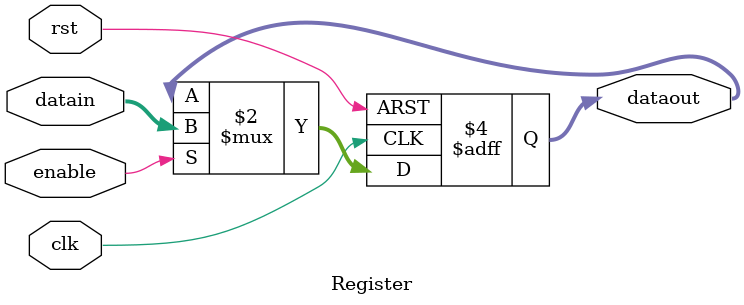
<source format=v>
module Register(input clk, input rst, input enable, input [23:0] datain, output reg [23:0] dataout);
	always @ (posedge clk or posedge rst) begin
		if (rst)
			dataout <= 24'b0;
		else if(enable)
			dataout <= datain;
	end
endmodule

</source>
